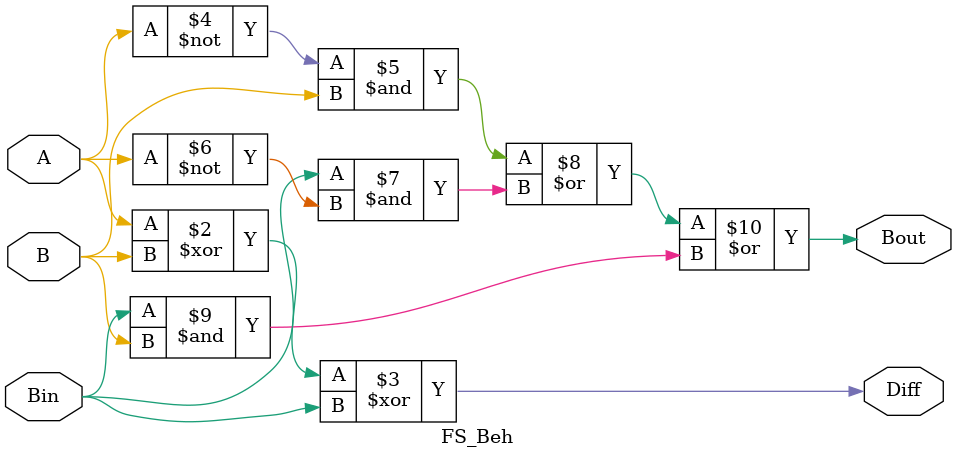
<source format=v>
`timescale 1ns / 1ps


module FS_Beh(
    input A,
    input B,
    input Bin,
    output reg Diff,
    output reg Bout
    );
    
    always @(*) begin
        
        Diff = A ^ B ^ Bin;
        
        Bout = (~A & B) | (Bin & ~A) | (Bin & B);
    end

endmodule

</source>
